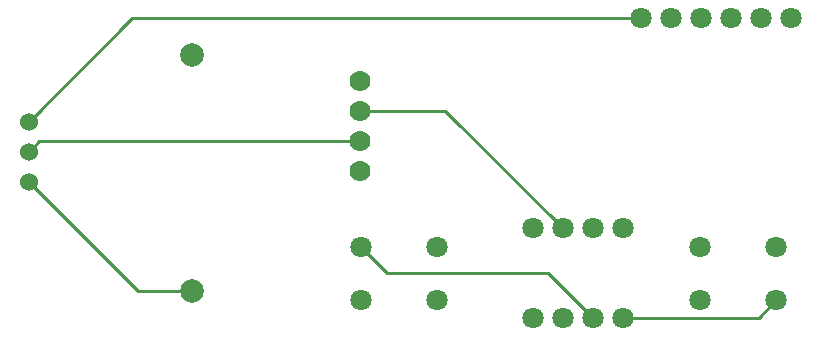
<source format=gtl>
G04 Layer: TopLayer*
G04 EasyEDA v6.4.31, 2022-02-07 09:20:43*
G04 3eb59c903aca4652a743d0d7eb9a3f43,45a17ad13836470b90e4f9db8166e0ae,10*
G04 Gerber Generator version 0.2*
G04 Scale: 100 percent, Rotated: No, Reflected: No *
G04 Dimensions in millimeters *
G04 leading zeros omitted , absolute positions ,4 integer and 5 decimal *
%FSLAX45Y45*%
%MOMM*%

%ADD10C,0.2540*%
%ADD11C,1.5240*%
%ADD12C,2.0000*%
%ADD13C,1.7780*%
%ADD14C,1.8000*%

%LPD*%
D10*
X9024620Y3605403D02*
G01*
X8873616Y3454400D01*
X7721600Y3454400D01*
X5498591Y5209235D02*
G01*
X6220764Y5209235D01*
X7213600Y4216400D01*
X2692400Y5118100D02*
G01*
X3568700Y5994400D01*
X7874000Y5994400D01*
X4076700Y3686302D02*
G01*
X3616197Y3686302D01*
X2692400Y4610100D01*
X5504179Y4055490D02*
G01*
X5724270Y3835400D01*
X7086600Y3835400D01*
X7467600Y3454400D01*
X5498591Y4955235D02*
G01*
X2783535Y4955235D01*
X2692400Y4864100D01*
D11*
G01*
X2692400Y5118100D03*
G01*
X2692400Y4864100D03*
G01*
X2692400Y4610100D03*
D12*
G01*
X4076700Y3686302D03*
G01*
X4076700Y5686297D03*
D13*
G01*
X5498591Y4701235D03*
G01*
X5498591Y4955235D03*
G01*
X5498591Y5209235D03*
G01*
X5498591Y5463235D03*
D14*
G01*
X6959600Y3454400D03*
G01*
X7213600Y3454400D03*
G01*
X7213600Y4216400D03*
G01*
X6959600Y4216400D03*
G01*
X7467600Y3454400D03*
G01*
X7721600Y3454400D03*
G01*
X7467600Y4216400D03*
G01*
X7721600Y4216400D03*
G01*
X8374379Y4055490D03*
G01*
X8374379Y3605403D03*
G01*
X9024620Y4055490D03*
G01*
X9024620Y3605403D03*
G01*
X6154420Y3605403D03*
G01*
X5504179Y4055490D03*
G01*
X5504179Y3605403D03*
G01*
X6154420Y4055490D03*
G01*
X8128000Y5994400D03*
G01*
X8382000Y5994400D03*
G01*
X8636000Y5994400D03*
G01*
X8890000Y5994400D03*
G01*
X9144000Y5994400D03*
G01*
X7874000Y5994400D03*
M02*

</source>
